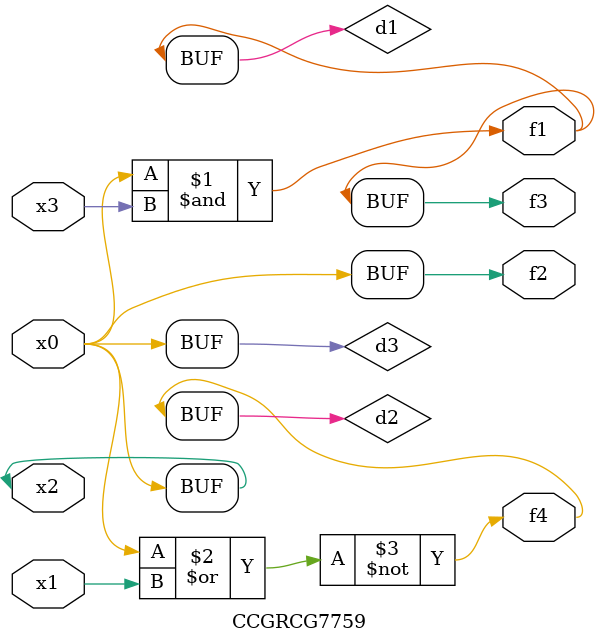
<source format=v>
module CCGRCG7759(
	input x0, x1, x2, x3,
	output f1, f2, f3, f4
);

	wire d1, d2, d3;

	and (d1, x2, x3);
	nor (d2, x0, x1);
	buf (d3, x0, x2);
	assign f1 = d1;
	assign f2 = d3;
	assign f3 = d1;
	assign f4 = d2;
endmodule

</source>
